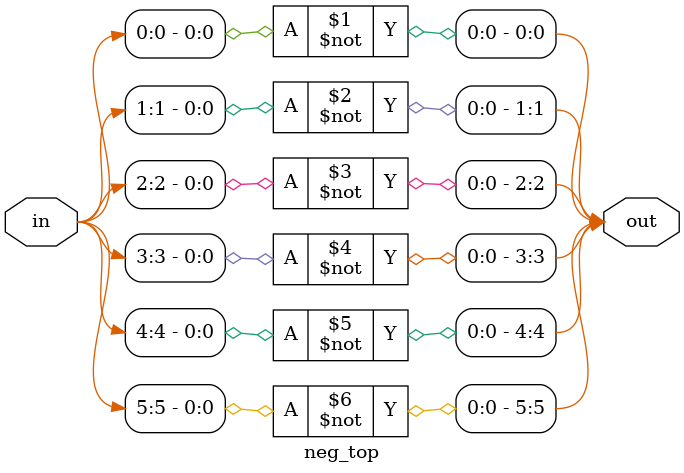
<source format=v>
module neg_top #(
	parameter width = 6
)(
	input  [width-1:0] in,
	output [width-1:0] out
);

	genvar i;
	generate
		for(i = 0; i < width; i = i+1) begin : NEG_BLK
			not n(out[i], in[i]);
		end
	endgenerate
	
endmodule

</source>
